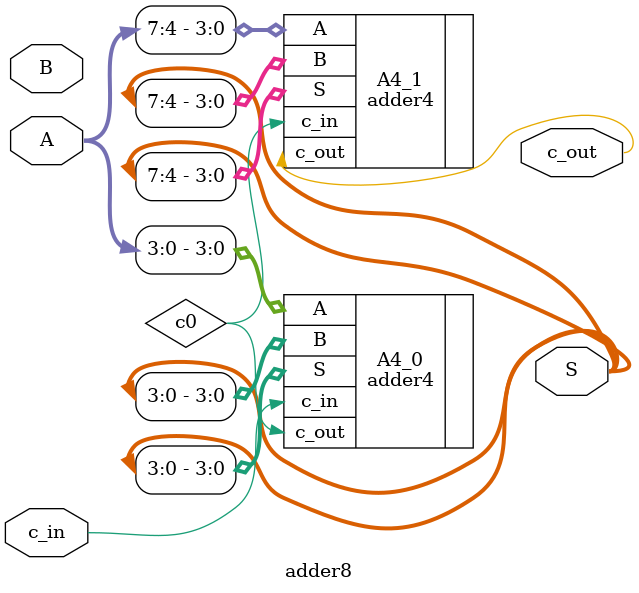
<source format=sv>
module adder8 (
	input [7:0] A, B,
	input c_in,
	output [7:0] S,
	output c_out
);
	wire c0;

	adder4 A4_0 (.A (A[3:0]), .B (S[3:0]), .c_in (c_in), .S (S[3:0]), .c_out (c0));
	adder4 A4_1 (.A (A[7:4]), .B (S[7:4]), .c_in (c0), .S (S[7:4]), .c_out (c_out));

endmodule

</source>
